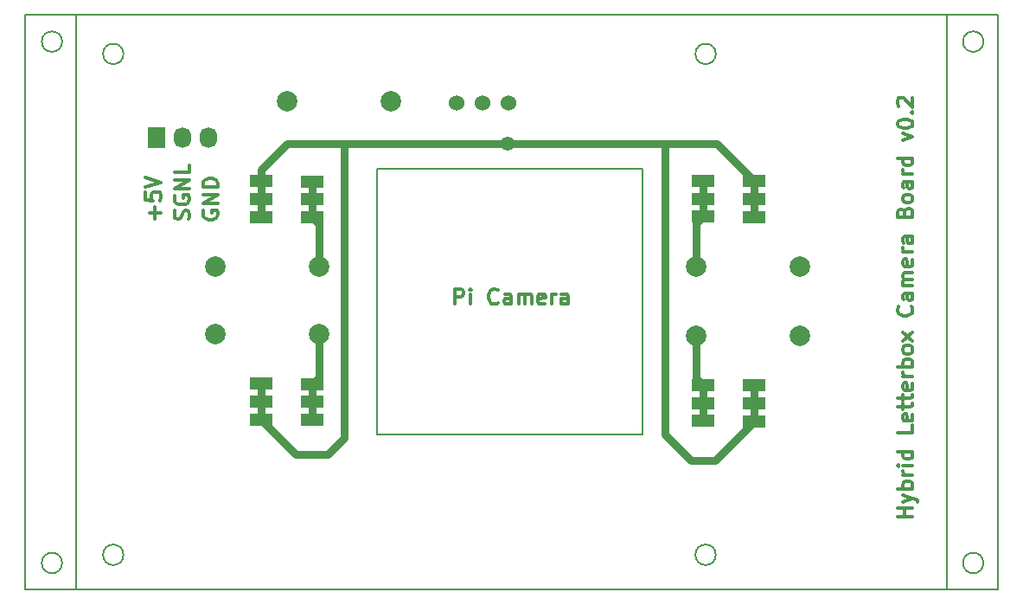
<source format=gbr>
G04 #@! TF.FileFunction,Copper,L1,Top,Signal*
%FSLAX46Y46*%
G04 Gerber Fmt 4.6, Leading zero omitted, Abs format (unit mm)*
G04 Created by KiCad (PCBNEW 4.0.1-stable) date 2016 April 13, Wednesday 16:02:32*
%MOMM*%
G01*
G04 APERTURE LIST*
%ADD10C,0.100000*%
%ADD11C,0.300000*%
%ADD12C,0.200000*%
%ADD13R,2.300000X1.150000*%
%ADD14R,1.727200X2.032000*%
%ADD15O,1.727200X2.032000*%
%ADD16C,1.524000*%
%ADD17C,1.998980*%
%ADD18C,1.400000*%
%ADD19C,0.800000*%
G04 APERTURE END LIST*
D10*
D11*
X130064286Y-88478571D02*
X130064286Y-86978571D01*
X130635714Y-86978571D01*
X130778572Y-87050000D01*
X130850000Y-87121429D01*
X130921429Y-87264286D01*
X130921429Y-87478571D01*
X130850000Y-87621429D01*
X130778572Y-87692857D01*
X130635714Y-87764286D01*
X130064286Y-87764286D01*
X131564286Y-88478571D02*
X131564286Y-87478571D01*
X131564286Y-86978571D02*
X131492857Y-87050000D01*
X131564286Y-87121429D01*
X131635714Y-87050000D01*
X131564286Y-86978571D01*
X131564286Y-87121429D01*
X134278572Y-88335714D02*
X134207143Y-88407143D01*
X133992857Y-88478571D01*
X133850000Y-88478571D01*
X133635715Y-88407143D01*
X133492857Y-88264286D01*
X133421429Y-88121429D01*
X133350000Y-87835714D01*
X133350000Y-87621429D01*
X133421429Y-87335714D01*
X133492857Y-87192857D01*
X133635715Y-87050000D01*
X133850000Y-86978571D01*
X133992857Y-86978571D01*
X134207143Y-87050000D01*
X134278572Y-87121429D01*
X135564286Y-88478571D02*
X135564286Y-87692857D01*
X135492857Y-87550000D01*
X135350000Y-87478571D01*
X135064286Y-87478571D01*
X134921429Y-87550000D01*
X135564286Y-88407143D02*
X135421429Y-88478571D01*
X135064286Y-88478571D01*
X134921429Y-88407143D01*
X134850000Y-88264286D01*
X134850000Y-88121429D01*
X134921429Y-87978571D01*
X135064286Y-87907143D01*
X135421429Y-87907143D01*
X135564286Y-87835714D01*
X136278572Y-88478571D02*
X136278572Y-87478571D01*
X136278572Y-87621429D02*
X136350000Y-87550000D01*
X136492858Y-87478571D01*
X136707143Y-87478571D01*
X136850000Y-87550000D01*
X136921429Y-87692857D01*
X136921429Y-88478571D01*
X136921429Y-87692857D02*
X136992858Y-87550000D01*
X137135715Y-87478571D01*
X137350000Y-87478571D01*
X137492858Y-87550000D01*
X137564286Y-87692857D01*
X137564286Y-88478571D01*
X138850000Y-88407143D02*
X138707143Y-88478571D01*
X138421429Y-88478571D01*
X138278572Y-88407143D01*
X138207143Y-88264286D01*
X138207143Y-87692857D01*
X138278572Y-87550000D01*
X138421429Y-87478571D01*
X138707143Y-87478571D01*
X138850000Y-87550000D01*
X138921429Y-87692857D01*
X138921429Y-87835714D01*
X138207143Y-87978571D01*
X139564286Y-88478571D02*
X139564286Y-87478571D01*
X139564286Y-87764286D02*
X139635714Y-87621429D01*
X139707143Y-87550000D01*
X139850000Y-87478571D01*
X139992857Y-87478571D01*
X141135714Y-88478571D02*
X141135714Y-87692857D01*
X141064285Y-87550000D01*
X140921428Y-87478571D01*
X140635714Y-87478571D01*
X140492857Y-87550000D01*
X141135714Y-88407143D02*
X140992857Y-88478571D01*
X140635714Y-88478571D01*
X140492857Y-88407143D01*
X140421428Y-88264286D01*
X140421428Y-88121429D01*
X140492857Y-87978571D01*
X140635714Y-87907143D01*
X140992857Y-87907143D01*
X141135714Y-87835714D01*
X174878571Y-109264285D02*
X173378571Y-109264285D01*
X174092857Y-109264285D02*
X174092857Y-108407142D01*
X174878571Y-108407142D02*
X173378571Y-108407142D01*
X173878571Y-107835713D02*
X174878571Y-107478570D01*
X173878571Y-107121428D02*
X174878571Y-107478570D01*
X175235714Y-107621428D01*
X175307143Y-107692856D01*
X175378571Y-107835713D01*
X174878571Y-106549999D02*
X173378571Y-106549999D01*
X173950000Y-106549999D02*
X173878571Y-106407142D01*
X173878571Y-106121428D01*
X173950000Y-105978571D01*
X174021429Y-105907142D01*
X174164286Y-105835713D01*
X174592857Y-105835713D01*
X174735714Y-105907142D01*
X174807143Y-105978571D01*
X174878571Y-106121428D01*
X174878571Y-106407142D01*
X174807143Y-106549999D01*
X174878571Y-105192856D02*
X173878571Y-105192856D01*
X174164286Y-105192856D02*
X174021429Y-105121428D01*
X173950000Y-105049999D01*
X173878571Y-104907142D01*
X173878571Y-104764285D01*
X174878571Y-104264285D02*
X173878571Y-104264285D01*
X173378571Y-104264285D02*
X173450000Y-104335714D01*
X173521429Y-104264285D01*
X173450000Y-104192857D01*
X173378571Y-104264285D01*
X173521429Y-104264285D01*
X174878571Y-102907142D02*
X173378571Y-102907142D01*
X174807143Y-102907142D02*
X174878571Y-103049999D01*
X174878571Y-103335713D01*
X174807143Y-103478571D01*
X174735714Y-103549999D01*
X174592857Y-103621428D01*
X174164286Y-103621428D01*
X174021429Y-103549999D01*
X173950000Y-103478571D01*
X173878571Y-103335713D01*
X173878571Y-103049999D01*
X173950000Y-102907142D01*
X174878571Y-100335713D02*
X174878571Y-101049999D01*
X173378571Y-101049999D01*
X174807143Y-99264285D02*
X174878571Y-99407142D01*
X174878571Y-99692856D01*
X174807143Y-99835713D01*
X174664286Y-99907142D01*
X174092857Y-99907142D01*
X173950000Y-99835713D01*
X173878571Y-99692856D01*
X173878571Y-99407142D01*
X173950000Y-99264285D01*
X174092857Y-99192856D01*
X174235714Y-99192856D01*
X174378571Y-99907142D01*
X173878571Y-98764285D02*
X173878571Y-98192856D01*
X173378571Y-98549999D02*
X174664286Y-98549999D01*
X174807143Y-98478571D01*
X174878571Y-98335713D01*
X174878571Y-98192856D01*
X173878571Y-97907142D02*
X173878571Y-97335713D01*
X173378571Y-97692856D02*
X174664286Y-97692856D01*
X174807143Y-97621428D01*
X174878571Y-97478570D01*
X174878571Y-97335713D01*
X174807143Y-96264285D02*
X174878571Y-96407142D01*
X174878571Y-96692856D01*
X174807143Y-96835713D01*
X174664286Y-96907142D01*
X174092857Y-96907142D01*
X173950000Y-96835713D01*
X173878571Y-96692856D01*
X173878571Y-96407142D01*
X173950000Y-96264285D01*
X174092857Y-96192856D01*
X174235714Y-96192856D01*
X174378571Y-96907142D01*
X174878571Y-95549999D02*
X173878571Y-95549999D01*
X174164286Y-95549999D02*
X174021429Y-95478571D01*
X173950000Y-95407142D01*
X173878571Y-95264285D01*
X173878571Y-95121428D01*
X174878571Y-94621428D02*
X173378571Y-94621428D01*
X173950000Y-94621428D02*
X173878571Y-94478571D01*
X173878571Y-94192857D01*
X173950000Y-94050000D01*
X174021429Y-93978571D01*
X174164286Y-93907142D01*
X174592857Y-93907142D01*
X174735714Y-93978571D01*
X174807143Y-94050000D01*
X174878571Y-94192857D01*
X174878571Y-94478571D01*
X174807143Y-94621428D01*
X174878571Y-93049999D02*
X174807143Y-93192857D01*
X174735714Y-93264285D01*
X174592857Y-93335714D01*
X174164286Y-93335714D01*
X174021429Y-93264285D01*
X173950000Y-93192857D01*
X173878571Y-93049999D01*
X173878571Y-92835714D01*
X173950000Y-92692857D01*
X174021429Y-92621428D01*
X174164286Y-92549999D01*
X174592857Y-92549999D01*
X174735714Y-92621428D01*
X174807143Y-92692857D01*
X174878571Y-92835714D01*
X174878571Y-93049999D01*
X174878571Y-92049999D02*
X173878571Y-91264285D01*
X173878571Y-92049999D02*
X174878571Y-91264285D01*
X174735714Y-88692856D02*
X174807143Y-88764285D01*
X174878571Y-88978571D01*
X174878571Y-89121428D01*
X174807143Y-89335713D01*
X174664286Y-89478571D01*
X174521429Y-89549999D01*
X174235714Y-89621428D01*
X174021429Y-89621428D01*
X173735714Y-89549999D01*
X173592857Y-89478571D01*
X173450000Y-89335713D01*
X173378571Y-89121428D01*
X173378571Y-88978571D01*
X173450000Y-88764285D01*
X173521429Y-88692856D01*
X174878571Y-87407142D02*
X174092857Y-87407142D01*
X173950000Y-87478571D01*
X173878571Y-87621428D01*
X173878571Y-87907142D01*
X173950000Y-88049999D01*
X174807143Y-87407142D02*
X174878571Y-87549999D01*
X174878571Y-87907142D01*
X174807143Y-88049999D01*
X174664286Y-88121428D01*
X174521429Y-88121428D01*
X174378571Y-88049999D01*
X174307143Y-87907142D01*
X174307143Y-87549999D01*
X174235714Y-87407142D01*
X174878571Y-86692856D02*
X173878571Y-86692856D01*
X174021429Y-86692856D02*
X173950000Y-86621428D01*
X173878571Y-86478570D01*
X173878571Y-86264285D01*
X173950000Y-86121428D01*
X174092857Y-86049999D01*
X174878571Y-86049999D01*
X174092857Y-86049999D02*
X173950000Y-85978570D01*
X173878571Y-85835713D01*
X173878571Y-85621428D01*
X173950000Y-85478570D01*
X174092857Y-85407142D01*
X174878571Y-85407142D01*
X174807143Y-84121428D02*
X174878571Y-84264285D01*
X174878571Y-84549999D01*
X174807143Y-84692856D01*
X174664286Y-84764285D01*
X174092857Y-84764285D01*
X173950000Y-84692856D01*
X173878571Y-84549999D01*
X173878571Y-84264285D01*
X173950000Y-84121428D01*
X174092857Y-84049999D01*
X174235714Y-84049999D01*
X174378571Y-84764285D01*
X174878571Y-83407142D02*
X173878571Y-83407142D01*
X174164286Y-83407142D02*
X174021429Y-83335714D01*
X173950000Y-83264285D01*
X173878571Y-83121428D01*
X173878571Y-82978571D01*
X174878571Y-81835714D02*
X174092857Y-81835714D01*
X173950000Y-81907143D01*
X173878571Y-82050000D01*
X173878571Y-82335714D01*
X173950000Y-82478571D01*
X174807143Y-81835714D02*
X174878571Y-81978571D01*
X174878571Y-82335714D01*
X174807143Y-82478571D01*
X174664286Y-82550000D01*
X174521429Y-82550000D01*
X174378571Y-82478571D01*
X174307143Y-82335714D01*
X174307143Y-81978571D01*
X174235714Y-81835714D01*
X174092857Y-79478571D02*
X174164286Y-79264285D01*
X174235714Y-79192857D01*
X174378571Y-79121428D01*
X174592857Y-79121428D01*
X174735714Y-79192857D01*
X174807143Y-79264285D01*
X174878571Y-79407143D01*
X174878571Y-79978571D01*
X173378571Y-79978571D01*
X173378571Y-79478571D01*
X173450000Y-79335714D01*
X173521429Y-79264285D01*
X173664286Y-79192857D01*
X173807143Y-79192857D01*
X173950000Y-79264285D01*
X174021429Y-79335714D01*
X174092857Y-79478571D01*
X174092857Y-79978571D01*
X174878571Y-78264285D02*
X174807143Y-78407143D01*
X174735714Y-78478571D01*
X174592857Y-78550000D01*
X174164286Y-78550000D01*
X174021429Y-78478571D01*
X173950000Y-78407143D01*
X173878571Y-78264285D01*
X173878571Y-78050000D01*
X173950000Y-77907143D01*
X174021429Y-77835714D01*
X174164286Y-77764285D01*
X174592857Y-77764285D01*
X174735714Y-77835714D01*
X174807143Y-77907143D01*
X174878571Y-78050000D01*
X174878571Y-78264285D01*
X174878571Y-76478571D02*
X174092857Y-76478571D01*
X173950000Y-76550000D01*
X173878571Y-76692857D01*
X173878571Y-76978571D01*
X173950000Y-77121428D01*
X174807143Y-76478571D02*
X174878571Y-76621428D01*
X174878571Y-76978571D01*
X174807143Y-77121428D01*
X174664286Y-77192857D01*
X174521429Y-77192857D01*
X174378571Y-77121428D01*
X174307143Y-76978571D01*
X174307143Y-76621428D01*
X174235714Y-76478571D01*
X174878571Y-75764285D02*
X173878571Y-75764285D01*
X174164286Y-75764285D02*
X174021429Y-75692857D01*
X173950000Y-75621428D01*
X173878571Y-75478571D01*
X173878571Y-75335714D01*
X174878571Y-74192857D02*
X173378571Y-74192857D01*
X174807143Y-74192857D02*
X174878571Y-74335714D01*
X174878571Y-74621428D01*
X174807143Y-74764286D01*
X174735714Y-74835714D01*
X174592857Y-74907143D01*
X174164286Y-74907143D01*
X174021429Y-74835714D01*
X173950000Y-74764286D01*
X173878571Y-74621428D01*
X173878571Y-74335714D01*
X173950000Y-74192857D01*
X173878571Y-72478571D02*
X174878571Y-72121428D01*
X173878571Y-71764286D01*
X173378571Y-70907143D02*
X173378571Y-70764286D01*
X173450000Y-70621429D01*
X173521429Y-70550000D01*
X173664286Y-70478571D01*
X173950000Y-70407143D01*
X174307143Y-70407143D01*
X174592857Y-70478571D01*
X174735714Y-70550000D01*
X174807143Y-70621429D01*
X174878571Y-70764286D01*
X174878571Y-70907143D01*
X174807143Y-71050000D01*
X174735714Y-71121429D01*
X174592857Y-71192857D01*
X174307143Y-71264286D01*
X173950000Y-71264286D01*
X173664286Y-71192857D01*
X173521429Y-71121429D01*
X173450000Y-71050000D01*
X173378571Y-70907143D01*
X174735714Y-69764286D02*
X174807143Y-69692858D01*
X174878571Y-69764286D01*
X174807143Y-69835715D01*
X174735714Y-69764286D01*
X174878571Y-69764286D01*
X173521429Y-69121429D02*
X173450000Y-69050000D01*
X173378571Y-68907143D01*
X173378571Y-68550000D01*
X173450000Y-68407143D01*
X173521429Y-68335714D01*
X173664286Y-68264286D01*
X173807143Y-68264286D01*
X174021429Y-68335714D01*
X174878571Y-69192857D01*
X174878571Y-68264286D01*
X105450000Y-79342857D02*
X105378571Y-79485714D01*
X105378571Y-79700000D01*
X105450000Y-79914285D01*
X105592857Y-80057143D01*
X105735714Y-80128571D01*
X106021429Y-80200000D01*
X106235714Y-80200000D01*
X106521429Y-80128571D01*
X106664286Y-80057143D01*
X106807143Y-79914285D01*
X106878571Y-79700000D01*
X106878571Y-79557143D01*
X106807143Y-79342857D01*
X106735714Y-79271428D01*
X106235714Y-79271428D01*
X106235714Y-79557143D01*
X106878571Y-78628571D02*
X105378571Y-78628571D01*
X106878571Y-77771428D01*
X105378571Y-77771428D01*
X106878571Y-77057142D02*
X105378571Y-77057142D01*
X105378571Y-76699999D01*
X105450000Y-76485714D01*
X105592857Y-76342856D01*
X105735714Y-76271428D01*
X106021429Y-76199999D01*
X106235714Y-76199999D01*
X106521429Y-76271428D01*
X106664286Y-76342856D01*
X106807143Y-76485714D01*
X106878571Y-76699999D01*
X106878571Y-77057142D01*
X104007143Y-80171429D02*
X104078571Y-79957143D01*
X104078571Y-79600000D01*
X104007143Y-79457143D01*
X103935714Y-79385714D01*
X103792857Y-79314286D01*
X103650000Y-79314286D01*
X103507143Y-79385714D01*
X103435714Y-79457143D01*
X103364286Y-79600000D01*
X103292857Y-79885714D01*
X103221429Y-80028572D01*
X103150000Y-80100000D01*
X103007143Y-80171429D01*
X102864286Y-80171429D01*
X102721429Y-80100000D01*
X102650000Y-80028572D01*
X102578571Y-79885714D01*
X102578571Y-79528572D01*
X102650000Y-79314286D01*
X102650000Y-77885715D02*
X102578571Y-78028572D01*
X102578571Y-78242858D01*
X102650000Y-78457143D01*
X102792857Y-78600001D01*
X102935714Y-78671429D01*
X103221429Y-78742858D01*
X103435714Y-78742858D01*
X103721429Y-78671429D01*
X103864286Y-78600001D01*
X104007143Y-78457143D01*
X104078571Y-78242858D01*
X104078571Y-78100001D01*
X104007143Y-77885715D01*
X103935714Y-77814286D01*
X103435714Y-77814286D01*
X103435714Y-78100001D01*
X104078571Y-77171429D02*
X102578571Y-77171429D01*
X104078571Y-76314286D01*
X102578571Y-76314286D01*
X104078571Y-74885714D02*
X104078571Y-75600000D01*
X102578571Y-75600000D01*
X100707143Y-80128571D02*
X100707143Y-78985714D01*
X101278571Y-79557143D02*
X100135714Y-79557143D01*
X99778571Y-77557142D02*
X99778571Y-78271428D01*
X100492857Y-78342857D01*
X100421429Y-78271428D01*
X100350000Y-78128571D01*
X100350000Y-77771428D01*
X100421429Y-77628571D01*
X100492857Y-77557142D01*
X100635714Y-77485714D01*
X100992857Y-77485714D01*
X101135714Y-77557142D01*
X101207143Y-77628571D01*
X101278571Y-77771428D01*
X101278571Y-78128571D01*
X101207143Y-78271428D01*
X101135714Y-78342857D01*
X99778571Y-77057143D02*
X101278571Y-76557143D01*
X99778571Y-76057143D01*
D12*
X148400000Y-75200000D02*
X122400000Y-75200000D01*
X148400000Y-101200000D02*
X148400000Y-75200000D01*
X122400000Y-101200000D02*
X148400000Y-101200000D01*
X122400000Y-75200000D02*
X122400000Y-101200000D01*
X91600000Y-113800000D02*
G75*
G03X91600000Y-113800000I-1000000J0D01*
G01*
X91600000Y-62800000D02*
G75*
G03X91600000Y-62800000I-1000000J0D01*
G01*
X181800000Y-113800000D02*
G75*
G03X181800000Y-113800000I-1000000J0D01*
G01*
X88000000Y-116400000D02*
X93000000Y-116400000D01*
X88000000Y-60200000D02*
X88000000Y-116400000D01*
X93000000Y-60200000D02*
X88000000Y-60200000D01*
X183200000Y-116400000D02*
X178000000Y-116400000D01*
X183200000Y-60200000D02*
X183200000Y-116400000D01*
X178200000Y-60200000D02*
X183200000Y-60200000D01*
X181800000Y-62800000D02*
G75*
G03X181800000Y-62800000I-1000000J0D01*
G01*
X155600000Y-64000000D02*
G75*
G03X155600000Y-64000000I-1000000J0D01*
G01*
X155600000Y-113000000D02*
G75*
G03X155600000Y-113000000I-1000000J0D01*
G01*
X97600000Y-113000000D02*
G75*
G03X97600000Y-113000000I-1000000J0D01*
G01*
X97600000Y-64000000D02*
G75*
G03X97600000Y-64000000I-1000000J0D01*
G01*
X93000000Y-60200000D02*
X93000000Y-61000000D01*
X178200000Y-60200000D02*
X93000000Y-60200000D01*
X178200000Y-116400000D02*
X178200000Y-60200000D01*
X93000000Y-116400000D02*
X178200000Y-116400000D01*
X93000000Y-60800000D02*
X93000000Y-116400000D01*
D13*
X111060000Y-76422000D03*
X111060000Y-78200000D03*
X111060000Y-79978000D03*
X116076500Y-76485500D03*
X116076500Y-78200000D03*
X116076500Y-79978000D03*
X111060000Y-96222000D03*
X111060000Y-98000000D03*
X111060000Y-99778000D03*
X116076500Y-96285500D03*
X116076500Y-98000000D03*
X116076500Y-99778000D03*
X159340000Y-79978000D03*
X159340000Y-78200000D03*
X159340000Y-76422000D03*
X154323500Y-79914500D03*
X154323500Y-78200000D03*
X154323500Y-76422000D03*
X159340000Y-99978000D03*
X159340000Y-98200000D03*
X159340000Y-96422000D03*
X154323500Y-99914500D03*
X154323500Y-98200000D03*
X154323500Y-96422000D03*
D14*
X100800000Y-72200000D03*
D15*
X103340000Y-72200000D03*
X105880000Y-72200000D03*
D16*
X132740000Y-68800000D03*
X135280000Y-68800000D03*
X130200000Y-68800000D03*
D17*
X106600000Y-84800000D03*
X116760000Y-84800000D03*
X106600000Y-91400000D03*
X116760000Y-91400000D03*
X163800000Y-84800000D03*
X153640000Y-84800000D03*
X163800000Y-91600000D03*
X153640000Y-91600000D03*
X123800000Y-68600000D03*
X113640000Y-68600000D03*
D18*
X135200000Y-72800000D03*
D19*
X135200000Y-72800000D02*
X135600000Y-72800000D01*
X135600000Y-72800000D02*
X113600000Y-72800000D01*
X150600000Y-72800000D02*
X135600000Y-72800000D01*
X113400000Y-73000000D02*
X111060000Y-75340000D01*
X111060000Y-75340000D02*
X111060000Y-75400000D01*
X113600000Y-72800000D02*
X113400000Y-73000000D01*
X159340000Y-76422000D02*
X159340000Y-78200000D01*
X159340000Y-98200000D02*
X159340000Y-96422000D01*
X111060000Y-98000000D02*
X111060000Y-96222000D01*
X111060000Y-75400000D02*
X111060000Y-76422000D01*
X150600000Y-72800000D02*
X150600000Y-101200000D01*
X155518000Y-103800000D02*
X159340000Y-99978000D01*
X153200000Y-103800000D02*
X155518000Y-103800000D01*
X150600000Y-101200000D02*
X153200000Y-103800000D01*
X159340000Y-99978000D02*
X159340000Y-96422000D01*
X119200000Y-73000000D02*
X119200000Y-101600000D01*
X114482000Y-103200000D02*
X111060000Y-99778000D01*
X117600000Y-103200000D02*
X114482000Y-103200000D01*
X119200000Y-101600000D02*
X117600000Y-103200000D01*
X111060000Y-99778000D02*
X111060000Y-96222000D01*
X111060000Y-75400000D02*
X111060000Y-78200000D01*
X111060000Y-78200000D02*
X111060000Y-79978000D01*
X159340000Y-76422000D02*
X159340000Y-79978000D01*
X155718000Y-72800000D02*
X159340000Y-76422000D01*
X150600000Y-72800000D02*
X155718000Y-72800000D01*
X116076500Y-76485500D02*
X116076500Y-78200000D01*
X116760000Y-84800000D02*
X116760000Y-80661500D01*
X116760000Y-80661500D02*
X116076500Y-79978000D01*
X116076500Y-79978000D02*
X116076500Y-76485500D01*
X116076500Y-98000000D02*
X116076500Y-96285500D01*
X116760000Y-91400000D02*
X116760000Y-95602000D01*
X116760000Y-95602000D02*
X116076500Y-96285500D01*
X116076500Y-96285500D02*
X116076500Y-99778000D01*
X154323500Y-76422000D02*
X154323500Y-78200000D01*
X153640000Y-84800000D02*
X153640000Y-80598000D01*
X153640000Y-80598000D02*
X154323500Y-79914500D01*
X154323500Y-79914500D02*
X154323500Y-76422000D01*
X154323500Y-96422000D02*
X154323500Y-98200000D01*
X153640000Y-91600000D02*
X153640000Y-95738500D01*
X153640000Y-95738500D02*
X154323500Y-96422000D01*
X154323500Y-96422000D02*
X154323500Y-99914500D01*
M02*

</source>
